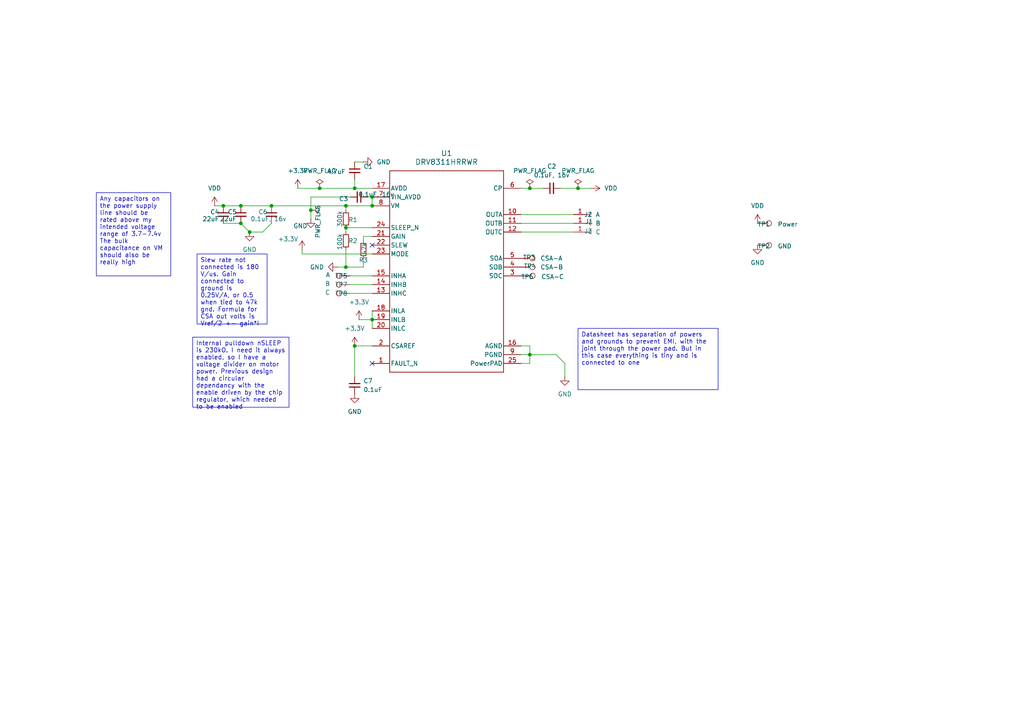
<source format=kicad_sch>
(kicad_sch (version 20231120) (generator "eeschema") (generator_version "8.0")
  (paper "A4")
  (title_block (date "2024-08-17") (rev "V1"))
  (lib_symbols
    (symbol "Connector:Conn_01x01_Socket" (pin_names (offset 1.016) hide)
      (property "Reference" "J" (at 0 2.54 0))
      (property "Value" "Conn_01x01_Socket" (at 0 -2.54 0))
      (symbol "Conn_01x01_Socket_1_1"
        (polyline (pts (xy -1.27 0) (xy -0.508 0)) (stroke (width 0.1524)))
        (arc (start 0 0.508) (mid -0.5058 0) (end 0 -0.508) (stroke (width 0.1524)))
        (pin passive line (at -5.08 0 0) (length 3.81) (name "Pin_1") (number "1"))
      )
    )
    (symbol "Connector:TestPoint" (pin_numbers hide) (pin_names (offset 0.762) hide)
      (property "Reference" "TP" (at 0 6.858 0))
      (property "Value" "TestPoint" (at 0 5.08 0))
      (symbol "TestPoint_0_1"
        (circle (center 0 3.302) (radius 0.762))
      )
      (symbol "TestPoint_1_1"
        (pin passive line (at 0 0 90) (length 2.54) (name "1") (number "1"))
      )
    )
    (symbol "Device:C_Small" (pin_numbers hide) (pin_names (offset 0.254) hide)
      (property "Reference" "C" (at 0.254 1.778 0))
      (property "Value" "C_Small" (at 0.254 -2.032 0))
      (symbol "C_Small_0_1"
        (polyline (pts (xy -1.524 -0.508) (xy 1.524 -0.508)) (stroke (width 0.3302)))
        (polyline (pts (xy -1.524 0.508) (xy 1.524 0.508)) (stroke (width 0.3048)))
      )
      (symbol "C_Small_1_1"
        (pin passive line (at 0 2.54 270) (length 2.032) (name "~") (number "1"))
        (pin passive line (at 0 -2.54 90) (length 2.032) (name "~") (number "2"))
      )
    )
    (symbol "Device:R_Small" (pin_numbers hide) (pin_names (offset 0.254) hide)
      (property "Reference" "R" (at 0.762 0.508 0))
      (property "Value" "R_Small" (at 0.762 -1.016 0))
      (symbol "R_Small_0_1"
        (rectangle (start -0.762 1.778) (end 0.762 -1.778) (stroke (width 0.2032)))
      )
      (symbol "R_Small_1_1"
        (pin passive line (at 0 2.54 270) (length 0.762) (name "~") (number "1"))
        (pin passive line (at 0 -2.54 90) (length 0.762) (name "~") (number "2"))
      )
    )
    (symbol "custom_Driver_Motor:DRV8311HRRWR" (pin_names (offset 0.254))
      (property "Reference" "U" (at 21.59 -2.794 0))
      (property "Value" "DRV8311HRRWR" (at 21.082 -22.352 0))
      (symbol "DRV8311HRRWR_0_1"
        (polyline (pts (xy 5.08 -53.34) (xy 38.1 -53.34)) (stroke (width 0.2032)))
        (polyline (pts (xy 5.08 5.08) (xy 5.08 -53.34)) (stroke (width 0.2032)))
        (polyline (pts (xy 38.1 -53.34) (xy 38.1 5.08)) (stroke (width 0.2032)))
        (polyline (pts (xy 38.1 5.08) (xy 5.08 5.08)) (stroke (width 0.2032)))
        (pin open_collector line (at 0 -50.8 0) (length 5.08) (name "FAULT_N") (number "1"))
        (pin input line (at 0 -30.48 0) (length 5.08) (name "INHC") (number "13"))
        (pin input line (at 0 -27.94 0) (length 5.08) (name "INHB") (number "14"))
        (pin input line (at 0 -25.4 0) (length 5.08) (name "INHA") (number "15"))
        (pin power_in line (at 43.18 -45.72 180) (length 5.08) (name "AGND") (number "16"))
        (pin power_in line (at 0 0 0) (length 5.08) (name "AVDD") (number "17"))
        (pin input line (at 0 -35.56 0) (length 5.08) (name "INLA") (number "18"))
        (pin input line (at 0 -38.1 0) (length 5.08) (name "INLB") (number "19"))
        (pin power_in line (at 0 -45.72 0) (length 5.08) (name "CSAREF") (number "2"))
        (pin input line (at 0 -40.64 0) (length 5.08) (name "INLC") (number "20"))
        (pin input line (at 0 -13.97 0) (length 5.08) (name "GAIN") (number "21"))
        (pin input line (at 0 -16.51 0) (length 5.08) (name "SLEW") (number "22"))
        (pin input line (at 0 -19.05 0) (length 5.08) (name "MODE") (number "23"))
        (pin input line (at 0 -11.43 0) (length 5.08) (name "SLEEP_N") (number "24"))
        (pin power_in line (at 43.18 -50.8 180) (length 5.08) (name "PowerPAD") (number "25"))
        (pin power_in line (at 43.18 0 180) (length 5.08) (name "CP") (number "6"))
        (pin power_in line (at 0 -2.54 0) (length 5.08) (name "VIN_AVDD") (number "7"))
        (pin power_in line (at 0 -5.08 0) (length 5.08) (name "VM") (number "8"))
        (pin power_in line (at 43.18 -48.26 180) (length 5.08) (name "PGND") (number "9"))
      )
      (symbol "DRV8311HRRWR_1_1"
        (pin output line (at 43.18 -7.62 180) (length 5.08) (name "OUTA") (number "10"))
        (pin output line (at 43.18 -10.16 180) (length 5.08) (name "OUTB") (number "11"))
        (pin output line (at 43.18 -12.7 180) (length 5.08) (name "OUTC") (number "12"))
        (pin output line (at 43.18 -25.4 180) (length 5.08) (name "SOC") (number "3"))
        (pin output line (at 43.18 -22.86 180) (length 5.08) (name "SOB") (number "4"))
        (pin output line (at 43.18 -20.32 180) (length 5.08) (name "SOA") (number "5"))
      )
    )
    (symbol "power:+3.3V" (power) (pin_numbers hide) (pin_names (offset 0) hide)
      (property "Value" "+3.3V" (at 0 3.556 0))
      (symbol "+3.3V_0_1"
        (polyline (pts (xy -0.762 1.27) (xy 0 2.54)))
        (polyline (pts (xy 0 0) (xy 0 2.54)))
        (polyline (pts (xy 0 2.54) (xy 0.762 1.27)))
      )
      (symbol "+3.3V_1_1"
        (pin power_in line (at 0 0 90) (length 0) (name "~") (number "1"))
      )
    )
    (symbol "power:GND" (power) (pin_numbers hide) (pin_names (offset 0) hide)
      (property "Value" "GND" (at 0 -3.81 0))
      (symbol "GND_0_1"
        (polyline (pts (xy 0 0) (xy 0 -1.27) (xy 1.27 -1.27) (xy 0 -2.54) (xy -1.27 -1.27) (xy 0 -1.27)))
      )
      (symbol "GND_1_1"
        (pin power_in line (at 0 0 270) (length 0) (name "~") (number "1"))
      )
    )
    (symbol "power:PWR_FLAG" (power) (pin_numbers hide) (pin_names (offset 0) hide)
      (property "Value" "PWR_FLAG" (at 0 3.81 0))
      (symbol "PWR_FLAG_0_0"
        (pin power_out line (at 0 0 90) (length 0) (name "~") (number "1"))
      )
      (symbol "PWR_FLAG_0_1"
        (polyline (pts (xy 0 0) (xy 0 1.27) (xy -1.016 1.905) (xy 0 2.54) (xy 1.016 1.905) (xy 0 1.27)))
      )
    )
    (symbol "power:VDD" (power) (pin_numbers hide) (pin_names (offset 0) hide)
      (property "Value" "VDD" (at 0 3.556 0))
      (symbol "VDD_0_1"
        (polyline (pts (xy -0.762 1.27) (xy 0 2.54)))
        (polyline (pts (xy 0 0) (xy 0 2.54)))
        (polyline (pts (xy 0 2.54) (xy 0.762 1.27)))
      )
      (symbol "VDD_1_1"
        (pin power_in line (at 0 0 90) (length 0) (name "~") (number "1"))
      )
    )
  )
  (junction (at 107.95 59.69))
  (junction (at 90.17 60.96))
  (junction (at 100.33 66.04))
  (junction (at 102.87 54.61))
  (junction (at 92.71 54.61))
  (junction (at 100.33 59.69))
  (junction (at 64.77 59.69))
  (junction (at 107.95 92.71))
  (junction (at 100.33 77.47))
  (junction (at 153.67 102.87))
  (junction (at 153.67 54.61))
  (junction (at 69.85 64.77))
  (junction (at 78.74 59.69))
  (junction (at 167.64 54.61))
  (junction (at 107.95 57.15))
  (junction (at 102.87 100.33))
  (junction (at 72.39 67.31))
  (junction (at 69.85 59.69))
  (no_connect (at 107.95 105.41))
  (no_connect (at 107.95 71.12))
  (wire (pts (xy 153.67 54.61) (xy 157.48 54.61)))
  (wire (pts (xy 104.14 92.71) (xy 107.95 92.71)))
  (wire (pts (xy 92.71 54.61) (xy 102.87 54.61)))
  (wire (pts (xy 153.67 102.87) (xy 153.67 105.41)))
  (wire (pts (xy 107.95 90.17) (xy 107.95 92.71)))
  (wire (pts (xy 100.33 72.39) (xy 100.33 77.47)))
  (wire (pts (xy 153.67 102.87) (xy 161.29 102.87)))
  (wire (pts (xy 151.13 62.23) (xy 166.37 62.23)))
  (wire (pts (xy 105.41 69.85) (xy 105.41 68.58)))
  (wire (pts (xy 90.17 57.15) (xy 90.17 60.96)))
  (wire (pts (xy 64.77 64.77) (xy 69.85 64.77)))
  (wire (pts (xy 102.87 54.61) (xy 102.87 52.07)))
  (wire (pts (xy 100.33 77.47) (xy 97.79 77.47)))
  (wire (pts (xy 78.74 59.69) (xy 100.33 59.69)))
  (wire (pts (xy 107.95 57.15) (xy 107.95 59.69)))
  (wire (pts (xy 100.33 66.04) (xy 100.33 67.31)))
  (wire (pts (xy 87.63 73.66) (xy 87.63 72.39)))
  (wire (pts (xy 86.36 54.61) (xy 92.71 54.61)))
  (wire (pts (xy 107.95 92.71) (xy 107.95 95.25)))
  (wire (pts (xy 161.29 102.87) (xy 163.83 105.41)))
  (wire (pts (xy 151.13 54.61) (xy 153.67 54.61)))
  (wire (pts (xy 167.64 54.61) (xy 171.45 54.61)))
  (wire (pts (xy 100.33 66.04) (xy 107.95 66.04)))
  (wire (pts (xy 151.13 64.77) (xy 166.37 64.77)))
  (wire (pts (xy 105.41 46.99) (xy 102.87 46.99)))
  (wire (pts (xy 101.6 85.09) (xy 107.95 85.09)))
  (wire (pts (xy 87.63 73.66) (xy 107.95 73.66)))
  (wire (pts (xy 153.67 100.33) (xy 153.67 102.87)))
  (wire (pts (xy 162.56 54.61) (xy 167.64 54.61)))
  (wire (pts (xy 90.17 60.96) (xy 90.17 63.5)))
  (wire (pts (xy 107.95 100.33) (xy 102.87 100.33)))
  (wire (pts (xy 102.87 54.61) (xy 107.95 54.61)))
  (wire (pts (xy 105.41 74.93) (xy 105.41 77.47)))
  (wire (pts (xy 100.33 77.47) (xy 105.41 77.47)))
  (wire (pts (xy 69.85 64.77) (xy 72.39 67.31)))
  (wire (pts (xy 64.77 59.69) (xy 69.85 59.69)))
  (wire (pts (xy 106.68 57.15) (xy 107.95 57.15)))
  (wire (pts (xy 69.85 59.69) (xy 78.74 59.69)))
  (wire (pts (xy 151.13 102.87) (xy 153.67 102.87)))
  (wire (pts (xy 72.39 67.31) (xy 76.2 67.31)))
  (wire (pts (xy 105.41 68.58) (xy 107.95 68.58)))
  (wire (pts (xy 100.33 59.69) (xy 100.33 60.96)))
  (wire (pts (xy 107.95 82.55) (xy 101.6 82.55)))
  (wire (pts (xy 62.23 59.69) (xy 64.77 59.69)))
  (wire (pts (xy 76.2 67.31) (xy 78.74 64.77)))
  (wire (pts (xy 151.13 105.41) (xy 153.67 105.41)))
  (wire (pts (xy 163.83 105.41) (xy 163.83 109.22)))
  (wire (pts (xy 101.6 57.15) (xy 90.17 57.15)))
  (wire (pts (xy 100.33 59.69) (xy 107.95 59.69)))
  (wire (pts (xy 151.13 100.33) (xy 153.67 100.33)))
  (wire (pts (xy 102.87 100.33) (xy 102.87 109.22)))
  (wire (pts (xy 107.95 80.01) (xy 101.6 80.01)))
  (wire (pts (xy 151.13 67.31) (xy 166.37 67.31)))
  (text_box "Internal pulldown nSLEEP is 230kO. I need it always enabled, so I have a voltage divider on motor power. Previous design had a circular dependancy with the enable driven by the chip regulator, which needed to be enabled" (at 55.88 97.79 0) (size 27.94 20.32) (effects (font (size 1.27 1.27)) (justify left top)))
  (text_box "Slew rate not connected is 180 V/us. Gain connected to ground is 0.25V/A, or 0.5 when tied to 47k gnd. Formula for CSA out volts is Vref/2 +- gain*I" (at 57.15 73.66 0) (size 20.32 20.32) (effects (font (size 1.27 1.27)) (justify left top)))
  (text_box "Datasheet has separation of powers and grounds to prevent EMI, with the joint through the power pad. But in this case everything is tiny and is connected to one" (at 167.64 95.25 0) (size 40.64 17.78) (effects (font (size 1.27 1.27)) (justify left top)))
  (text_box "Any capacitors on the power supply line should be rated above my intended voltage range of 3.7-7.4v\nThe bulk capacitance on VM should also be really high" (at 27.94 55.88 0) (size 21.59 24.13) (effects (font (size 1.27 1.27)) (justify left top)))
  (symbol (lib_id "Device:C_Small") (at 102.87 111.76 180) (unit 1)
    (property "Reference" "C7" (at 105.41 110.4835 0) (effects (justify right)))
    (property "Value" "0.1uF" (at 105.41 113.0235 0) (effects (justify right)))
    (property "Footprint" "Capacitor_SMD:C_0402_1005Metric" (effects (hide yes)))
    (property "Description" "Unpolarized capacitor, small symbol" (effects (hide yes)))
  )
  (symbol (lib_id "Connector:TestPoint") (at 219.71 71.12 270) (unit 1)
    (property "Reference" "TP2" (at 219.71 71.374 90) (effects (justify left)))
    (property "Value" "GND" (at 225.552 71.374 90) (effects (justify left)))
    (property "Footprint" "TestPoint:TestPoint_Pad_D2.0mm" (effects (hide yes)))
    (property "Description" "test point" (effects (hide yes)))
  )
  (symbol (lib_id "power:+3.3V") (at 104.14 92.71 0) (unit 1)
    (property "Reference" "#PWR011" (effects (hide yes)))
    (property "Value" "+3.3V" (at 104.14 87.63 0))
    (property "Description" "Power symbol creates a global label with name \"+3.3V\"" (effects (hide yes)))
  )
  (symbol (lib_id "power:PWR_FLAG") (at 90.17 60.96 270) (unit 1)
    (property "Reference" "#FLG01" (effects (hide yes)))
    (property "Value" "PWR_FLAG" (at 92.202 59.436 0) (effects (justify left)))
    (property "Description" "Special symbol for telling ERC where power comes from" (effects (hide yes)))
  )
  (symbol (lib_id "power:GND") (at 102.87 114.3 0) (unit 1)
    (property "Reference" "#PWR014" (effects (hide yes)))
    (property "Value" "GND" (at 102.87 119.38 0))
    (property "Description" "Power symbol creates a global label with name \"GND\" , ground" (effects (hide yes)))
  )
  (symbol (lib_id "Device:R_Small") (at 105.41 72.39 180) (unit 1)
    (property "Reference" "R3" (at 105.41 75.438 0))
    (property "Value" "47k" (at 105.664 72.136 90))
    (property "Footprint" "Resistor_SMD:R_0402_1005Metric" (effects (hide yes)))
    (property "Description" "Resistor, small symbol" (effects (hide yes)))
  )
  (symbol (lib_id "Connector:Conn_01x01_Socket") (at 171.45 62.23 0) (unit 1)
    (property "Reference" "J2" (at 169.418 62.23 0) (effects (justify left)))
    (property "Value" "A" (at 172.72 62.23 0) (effects (justify left)))
    (property "Footprint" "custom_testpoints:PinHeader_1x01_P1.27mm_Round" (effects (hide yes)))
    (property "Description" "Generic connector, single row, 01x01, script generated" (effects (hide yes)))
  )
  (symbol (lib_id "Connector:Conn_01x01_Socket") (at 171.45 64.77 0) (unit 1)
    (property "Reference" "J1" (at 169.672 64.262 0) (effects (justify left)))
    (property "Value" "B" (at 172.72 64.77 0) (effects (justify left)))
    (property "Footprint" "custom_testpoints:PinHeader_1x01_P1.27mm_Round" (effects (hide yes)))
    (property "Description" "Generic connector, single row, 01x01, script generated" (effects (hide yes)))
  )
  (symbol (lib_id "Device:C_Small") (at 102.87 49.53 0) (unit 1)
    (property "Reference" "C1" (at 105.41 48.2662 0) (effects (justify left)))
    (property "Value" "4.7uF" (at 94.742 49.784 0) (effects (justify left)))
    (property "Footprint" "Capacitor_SMD:C_0402_1005Metric" (effects (hide yes)))
    (property "Description" "Unpolarized capacitor, small symbol" (effects (hide yes)))
  )
  (symbol (lib_id "Connector:TestPoint") (at 101.6 85.09 90) (unit 1)
    (property "Reference" "TP8" (at 100.838 85.09 90) (effects (justify left)))
    (property "Value" "C" (at 95.758 84.836 90) (effects (justify left)))
    (property "Footprint" "TestPoint:TestPoint_Pad_D1.0mm" (effects (hide yes)))
    (property "Description" "test point" (effects (hide yes)))
  )
  (symbol (lib_id "Device:C_Small") (at 69.85 62.23 0) (unit 1)
    (property "Reference" "C5" (at 66.04 61.468 0) (effects (justify left)))
    (property "Value" "22uF" (at 63.754 63.5 0) (effects (justify left)))
    (property "Footprint" "Capacitor_SMD:C_0402_1005Metric" (effects (hide yes)))
    (property "Description" "Unpolarized capacitor, small symbol" (effects (hide yes)))
  )
  (symbol (lib_id "power:GND") (at 97.79 77.47 270) (unit 1)
    (property "Reference" "#PWR010" (effects (hide yes)))
    (property "Value" "GND" (at 93.98 77.4699 90) (effects (justify right)))
    (property "Description" "Power symbol creates a global label with name \"GND\" , ground" (effects (hide yes)))
  )
  (symbol (lib_id "power:PWR_FLAG") (at 92.71 54.61 0) (unit 1)
    (property "Reference" "#FLG02" (effects (hide yes)))
    (property "Value" "PWR_FLAG" (at 92.71 49.53 0))
    (property "Description" "Special symbol for telling ERC where power comes from" (effects (hide yes)))
  )
  (symbol (lib_id "power:GND") (at 72.39 67.31 0) (unit 1)
    (property "Reference" "#PWR07" (effects (hide yes)))
    (property "Value" "GND" (at 72.39 72.39 0))
    (property "Description" "Power symbol creates a global label with name \"GND\" , ground" (effects (hide yes)))
  )
  (symbol (lib_id "power:VDD") (at 62.23 59.69 0) (unit 1)
    (property "Reference" "#PWR04" (effects (hide yes)))
    (property "Value" "VDD" (at 62.23 54.61 0))
    (property "Description" "Power symbol creates a global label with name \"VDD\"" (effects (hide yes)))
  )
  (symbol (lib_id "Connector:TestPoint") (at 101.6 82.55 90) (unit 1)
    (property "Reference" "TP7" (at 100.838 82.55 90) (effects (justify left)))
    (property "Value" "B" (at 95.758 82.296 90) (effects (justify left)))
    (property "Footprint" "TestPoint:TestPoint_Pad_D1.0mm" (effects (hide yes)))
    (property "Description" "test point" (effects (hide yes)))
  )
  (symbol (lib_id "power:GND") (at 219.71 71.12 0) (unit 1)
    (property "Reference" "#PWR08" (effects (hide yes)))
    (property "Value" "GND" (at 219.71 76.2 0))
    (property "Description" "Power symbol creates a global label with name \"GND\" , ground" (effects (hide yes)))
  )
  (symbol (lib_id "power:PWR_FLAG") (at 167.64 54.61 0) (unit 1)
    (property "Reference" "#FLG04" (effects (hide yes)))
    (property "Value" "PWR_FLAG" (at 167.64 49.53 0))
    (property "Description" "Special symbol for telling ERC where power comes from" (effects (hide yes)))
  )
  (symbol (lib_id "Device:C_Small") (at 64.77 62.23 0) (unit 1)
    (property "Reference" "C4" (at 60.96 61.468 0) (effects (justify left)))
    (property "Value" "22uF" (at 58.674 63.5 0) (effects (justify left)))
    (property "Footprint" "Capacitor_SMD:C_0402_1005Metric" (effects (hide yes)))
    (property "Description" "Unpolarized capacitor, small symbol" (effects (hide yes)))
  )
  (symbol (lib_id "Connector:TestPoint") (at 151.13 74.93 270) (unit 1)
    (property "Reference" "TP3" (at 151.638 74.676 90) (effects (justify left)))
    (property "Value" "CSA-A" (at 156.718 74.93 90) (effects (justify left)))
    (property "Footprint" "TestPoint:TestPoint_Pad_D1.0mm" (effects (hide yes)))
    (property "Description" "test point" (effects (hide yes)))
  )
  (symbol (lib_id "Connector:TestPoint") (at 101.6 80.01 90) (unit 1)
    (property "Reference" "TP5" (at 100.838 80.01 90) (effects (justify left)))
    (property "Value" "A" (at 95.758 79.756 90) (effects (justify left)))
    (property "Footprint" "TestPoint:TestPoint_Pad_D1.0mm" (effects (hide yes)))
    (property "Description" "test point" (effects (hide yes)))
  )
  (symbol (lib_id "Device:C_Small") (at 104.14 57.15 270) (unit 1)
    (property "Reference" "C3" (at 98.298 57.658 90) (effects (justify left)))
    (property "Value" "0.1uF, 16v" (at 103.886 56.388 90) (effects (justify left)))
    (property "Footprint" "Capacitor_SMD:C_0402_1005Metric" (effects (hide yes)))
    (property "Description" "Unpolarized capacitor, small symbol" (effects (hide yes)))
  )
  (symbol (lib_id "Connector:TestPoint") (at 151.13 77.47 270) (unit 1)
    (property "Reference" "TP4" (at 151.892 77.216 90) (effects (justify left)))
    (property "Value" "CSA-B" (at 156.718 77.47 90) (effects (justify left)))
    (property "Footprint" "TestPoint:TestPoint_Pad_D1.0mm" (effects (hide yes)))
    (property "Description" "test point" (effects (hide yes)))
  )
  (symbol (lib_id "power:+3.3V") (at 87.63 72.39 0) (unit 1)
    (property "Reference" "#PWR09" (effects (hide yes)))
    (property "Value" "+3.3V" (at 83.566 69.342 0))
    (property "Description" "Power symbol creates a global label with name \"+3.3V\"" (effects (hide yes)))
  )
  (symbol (lib_id "custom_Driver_Motor:DRV8311HRRWR") (at 107.95 54.61 0) (unit 1)
    (property "Reference" "U1" (at 129.54 44.45 0) (effects (font (size 1.524 1.524))))
    (property "Value" "DRV8311HRRWR" (at 129.54 46.99 0) (effects (font (size 1.524 1.524))))
    (property "Footprint" "custom_Driver_Motor:DRV8311_0.3mmVias" (effects (hide yes)))
    (property "Datasheet" "https://www.ti.com/lit/ds/symlink/drv8311.pdf" (effects (hide yes)))
    (property "Description" "24-V abs max, 3 to 20-V, 5A, three-phase brushless-DC motor driver with integrated FETs" (effects (hide yes)))
  )
  (symbol (lib_id "power:VDD") (at 171.45 54.61 270) (unit 1)
    (property "Reference" "#PWR03" (effects (hide yes)))
    (property "Value" "VDD" (at 175.26 54.6099 90) (effects (justify left)))
    (property "Description" "Power symbol creates a global label with name \"VDD\"" (effects (hide yes)))
  )
  (symbol (lib_id "power:+3.3V") (at 86.36 54.61 0) (unit 1)
    (property "Reference" "#PWR02" (effects (hide yes)))
    (property "Value" "+3.3V" (at 86.36 49.53 0))
    (property "Description" "Power symbol creates a global label with name \"+3.3V\"" (effects (hide yes)))
  )
  (symbol (lib_id "power:GND") (at 105.41 46.99 90) (unit 1)
    (property "Reference" "#PWR01" (effects (hide yes)))
    (property "Value" "GND" (at 109.22 46.9899 90) (effects (justify right)))
    (property "Description" "Power symbol creates a global label with name \"GND\" , ground" (effects (hide yes)))
  )
  (symbol (lib_id "Device:R_Small") (at 100.33 63.5 180) (unit 1)
    (property "Reference" "R1" (at 102.362 63.754 0))
    (property "Value" "300k" (at 98.552 63.5 90))
    (property "Footprint" "Resistor_SMD:R_0402_1005Metric" (effects (hide yes)))
    (property "Description" "Resistor, small symbol" (effects (hide yes)))
  )
  (symbol (lib_id "Connector:TestPoint") (at 151.13 80.01 270) (unit 1)
    (property "Reference" "TP6" (at 151.13 80.264 90) (effects (justify left)))
    (property "Value" "CSA-C" (at 156.972 80.264 90) (effects (justify left)))
    (property "Footprint" "TestPoint:TestPoint_Pad_D1.0mm" (effects (hide yes)))
    (property "Description" "test point" (effects (hide yes)))
  )
  (symbol (lib_id "power:GND") (at 90.17 63.5 0) (unit 1)
    (property "Reference" "#PWR05" (effects (hide yes)))
    (property "Value" "GND" (at 87.122 65.532 0))
    (property "Description" "Power symbol creates a global label with name \"GND\" , ground" (effects (hide yes)))
  )
  (symbol (lib_id "Device:C_Small") (at 160.02 54.61 90) (unit 1)
    (property "Reference" "C2" (at 160.0263 48.26 90))
    (property "Value" "0.1uF, 16v" (at 160.0263 50.8 90))
    (property "Footprint" "Capacitor_SMD:C_0402_1005Metric" (effects (hide yes)))
    (property "Description" "Unpolarized capacitor, small symbol" (effects (hide yes)))
  )
  (symbol (lib_id "Connector:Conn_01x01_Socket") (at 171.45 67.31 0) (unit 1)
    (property "Reference" "J3" (at 169.418 67.056 0) (effects (justify left)))
    (property "Value" "C" (at 172.72 67.31 0) (effects (justify left)))
    (property "Footprint" "custom_testpoints:PinHeader_1x01_P1.27mm_Round" (effects (hide yes)))
    (property "Description" "Generic connector, single row, 01x01, script generated" (effects (hide yes)))
  )
  (symbol (lib_id "power:+3.3V") (at 102.87 100.33 0) (unit 1)
    (property "Reference" "#PWR012" (effects (hide yes)))
    (property "Value" "+3.3V" (at 102.87 95.25 0))
    (property "Description" "Power symbol creates a global label with name \"+3.3V\"" (effects (hide yes)))
  )
  (symbol (lib_id "Connector:TestPoint") (at 219.71 64.77 270) (unit 1)
    (property "Reference" "TP1" (at 219.71 65.024 90) (effects (justify left)))
    (property "Value" "Power" (at 225.552 65.024 90) (effects (justify left)))
    (property "Footprint" "TestPoint:TestPoint_Pad_D2.0mm" (effects (hide yes)))
    (property "Description" "test point" (effects (hide yes)))
  )
  (symbol (lib_id "Device:C_Small") (at 78.74 62.23 0) (unit 1)
    (property "Reference" "C6" (at 74.93 61.468 0) (effects (justify left)))
    (property "Value" "0.1uF, 16v" (at 72.644 63.5 0) (effects (justify left)))
    (property "Footprint" "Capacitor_SMD:C_0402_1005Metric" (effects (hide yes)))
    (property "Description" "Unpolarized capacitor, small symbol" (effects (hide yes)))
  )
  (symbol (lib_id "power:GND") (at 163.83 109.22 0) (unit 1)
    (property "Reference" "#PWR013" (effects (hide yes)))
    (property "Value" "GND" (at 163.83 114.3 0))
    (property "Description" "Power symbol creates a global label with name \"GND\" , ground" (effects (hide yes)))
  )
  (symbol (lib_id "Device:R_Small") (at 100.33 69.85 180) (unit 1)
    (property "Reference" "R2" (at 102.362 69.85 0))
    (property "Value" "100k" (at 98.552 70.104 90))
    (property "Footprint" "Resistor_SMD:R_0402_1005Metric" (effects (hide yes)))
    (property "Description" "Resistor, small symbol" (effects (hide yes)))
  )
  (symbol (lib_id "power:VDD") (at 219.71 64.77 0) (unit 1)
    (property "Reference" "#PWR06" (effects (hide yes)))
    (property "Value" "VDD" (at 219.71 59.69 0))
    (property "Description" "Power symbol creates a global label with name \"VDD\"" (effects (hide yes)))
  )
  (symbol (lib_id "power:PWR_FLAG") (at 153.67 54.61 0) (unit 1)
    (property "Reference" "#FLG03" (effects (hide yes)))
    (property "Value" "PWR_FLAG" (at 153.67 49.53 0))
    (property "Description" "Special symbol for telling ERC where power comes from" (effects (hide yes)))
  )
)
</source>
